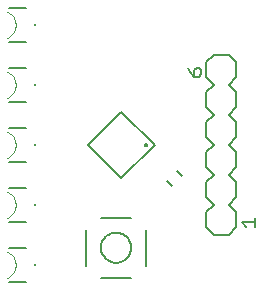
<source format=gto>
G75*
G70*
%OFA0B0*%
%FSLAX24Y24*%
%IPPOS*%
%LPD*%
%AMOC8*
5,1,8,0,0,1.08239X$1,22.5*
%
%ADD10C,0.0050*%
%ADD11C,0.0060*%
%ADD12C,0.0080*%
%ADD13C,0.0040*%
%ADD14C,0.0039*%
D10*
X007484Y006279D02*
X008597Y005165D01*
X009711Y006279D01*
X008597Y007393D01*
X007484Y006279D01*
X009393Y006279D02*
X009395Y006291D01*
X009400Y006302D01*
X009409Y006311D01*
X009420Y006316D01*
X009432Y006318D01*
X009444Y006316D01*
X009455Y006311D01*
X009464Y006302D01*
X009469Y006291D01*
X009471Y006279D01*
X009469Y006267D01*
X009464Y006256D01*
X009455Y006247D01*
X009444Y006242D01*
X009432Y006240D01*
X009420Y006242D01*
X009409Y006247D01*
X009400Y006256D01*
X009395Y006267D01*
X009393Y006279D01*
X011037Y008554D02*
X011037Y008779D01*
X011112Y008854D01*
X011187Y008854D01*
X011262Y008779D01*
X011262Y008629D01*
X011187Y008554D01*
X011037Y008554D01*
X010887Y008704D01*
X010812Y008854D01*
X013062Y003854D02*
X013062Y003554D01*
X013062Y003704D02*
X012612Y003704D01*
X012762Y003554D01*
D11*
X012437Y003529D02*
X012437Y004029D01*
X012187Y004279D01*
X012437Y004529D01*
X012437Y005029D01*
X012187Y005279D01*
X012437Y005529D01*
X012437Y006029D01*
X012187Y006279D01*
X012437Y006529D01*
X012437Y007029D01*
X012187Y007279D01*
X012437Y007529D01*
X012437Y008029D01*
X012187Y008279D01*
X012437Y008529D01*
X012437Y009029D01*
X012187Y009279D01*
X011687Y009279D01*
X011437Y009029D01*
X011437Y008529D01*
X011687Y008279D01*
X011437Y008029D01*
X011437Y007529D01*
X011687Y007279D01*
X011437Y007029D01*
X011437Y006529D01*
X011687Y006279D01*
X011437Y006029D01*
X011437Y005529D01*
X011687Y005279D01*
X011437Y005029D01*
X011437Y004529D01*
X011687Y004279D01*
X011437Y004029D01*
X011437Y003529D01*
X011687Y003279D01*
X012187Y003279D01*
X012437Y003529D01*
X010627Y005250D02*
X010460Y005417D01*
X010126Y005083D02*
X010293Y004916D01*
D12*
X008922Y003854D02*
X007934Y003854D01*
X007422Y003460D02*
X007422Y002248D01*
X007934Y001854D02*
X008910Y001854D01*
X009422Y002248D02*
X009422Y003460D01*
X007922Y002854D02*
X007924Y002898D01*
X007930Y002942D01*
X007940Y002985D01*
X007953Y003027D01*
X007970Y003068D01*
X007991Y003107D01*
X008015Y003144D01*
X008042Y003179D01*
X008072Y003211D01*
X008105Y003241D01*
X008141Y003267D01*
X008178Y003291D01*
X008218Y003310D01*
X008259Y003327D01*
X008302Y003339D01*
X008345Y003348D01*
X008389Y003353D01*
X008433Y003354D01*
X008477Y003351D01*
X008521Y003344D01*
X008564Y003333D01*
X008606Y003319D01*
X008646Y003301D01*
X008685Y003279D01*
X008721Y003255D01*
X008755Y003227D01*
X008787Y003196D01*
X008816Y003162D01*
X008842Y003126D01*
X008864Y003088D01*
X008883Y003048D01*
X008898Y003006D01*
X008910Y002964D01*
X008918Y002920D01*
X008922Y002876D01*
X008922Y002832D01*
X008918Y002788D01*
X008910Y002744D01*
X008898Y002702D01*
X008883Y002660D01*
X008864Y002620D01*
X008842Y002582D01*
X008816Y002546D01*
X008787Y002512D01*
X008755Y002481D01*
X008721Y002453D01*
X008685Y002429D01*
X008646Y002407D01*
X008606Y002389D01*
X008564Y002375D01*
X008521Y002364D01*
X008477Y002357D01*
X008433Y002354D01*
X008389Y002355D01*
X008345Y002360D01*
X008302Y002369D01*
X008259Y002381D01*
X008218Y002398D01*
X008178Y002417D01*
X008141Y002441D01*
X008105Y002467D01*
X008072Y002497D01*
X008042Y002529D01*
X008015Y002564D01*
X007991Y002601D01*
X007970Y002640D01*
X007953Y002681D01*
X007940Y002723D01*
X007930Y002766D01*
X007924Y002810D01*
X007922Y002854D01*
X005717Y002294D02*
X005717Y002272D01*
X005417Y002844D02*
X004844Y002844D01*
X004844Y003714D02*
X005417Y003714D01*
X005717Y004272D02*
X005717Y004294D01*
X005417Y004844D02*
X004844Y004844D01*
X004844Y005714D02*
X005417Y005714D01*
X005717Y006272D02*
X005717Y006294D01*
X005417Y006844D02*
X004844Y006844D01*
X004844Y007714D02*
X005417Y007714D01*
X005717Y008272D02*
X005717Y008294D01*
X005417Y008844D02*
X004844Y008844D01*
X004844Y009714D02*
X005417Y009714D01*
X005717Y010272D02*
X005717Y010294D01*
X005417Y010844D02*
X004844Y010844D01*
X004844Y001714D02*
X005417Y001714D01*
D13*
X004785Y001836D02*
X004824Y001854D01*
X004861Y001876D01*
X004897Y001902D01*
X004930Y001930D01*
X004960Y001961D01*
X004987Y001995D01*
X005011Y002031D01*
X005032Y002069D01*
X005049Y002109D01*
X005062Y002150D01*
X005072Y002193D01*
X005078Y002236D01*
X005080Y002279D01*
X005078Y002322D01*
X005072Y002365D01*
X005062Y002408D01*
X005049Y002449D01*
X005032Y002489D01*
X005011Y002527D01*
X004987Y002563D01*
X004960Y002597D01*
X004930Y002628D01*
X004897Y002656D01*
X004861Y002682D01*
X004824Y002704D01*
X004785Y002722D01*
X004785Y003836D02*
X004824Y003854D01*
X004861Y003876D01*
X004897Y003902D01*
X004930Y003930D01*
X004960Y003961D01*
X004987Y003995D01*
X005011Y004031D01*
X005032Y004069D01*
X005049Y004109D01*
X005062Y004150D01*
X005072Y004193D01*
X005078Y004236D01*
X005080Y004279D01*
X005078Y004322D01*
X005072Y004365D01*
X005062Y004408D01*
X005049Y004449D01*
X005032Y004489D01*
X005011Y004527D01*
X004987Y004563D01*
X004960Y004597D01*
X004930Y004628D01*
X004897Y004656D01*
X004861Y004682D01*
X004824Y004704D01*
X004785Y004722D01*
X004785Y005836D02*
X004824Y005854D01*
X004861Y005876D01*
X004897Y005902D01*
X004930Y005930D01*
X004960Y005961D01*
X004987Y005995D01*
X005011Y006031D01*
X005032Y006069D01*
X005049Y006109D01*
X005062Y006150D01*
X005072Y006193D01*
X005078Y006236D01*
X005080Y006279D01*
X005078Y006322D01*
X005072Y006365D01*
X005062Y006408D01*
X005049Y006449D01*
X005032Y006489D01*
X005011Y006527D01*
X004987Y006563D01*
X004960Y006597D01*
X004930Y006628D01*
X004897Y006656D01*
X004861Y006682D01*
X004824Y006704D01*
X004785Y006722D01*
X004785Y007836D02*
X004824Y007854D01*
X004861Y007876D01*
X004897Y007902D01*
X004930Y007930D01*
X004960Y007961D01*
X004987Y007995D01*
X005011Y008031D01*
X005032Y008069D01*
X005049Y008109D01*
X005062Y008150D01*
X005072Y008193D01*
X005078Y008236D01*
X005080Y008279D01*
X005078Y008322D01*
X005072Y008365D01*
X005062Y008408D01*
X005049Y008449D01*
X005032Y008489D01*
X005011Y008527D01*
X004987Y008563D01*
X004960Y008597D01*
X004930Y008628D01*
X004897Y008656D01*
X004861Y008682D01*
X004824Y008704D01*
X004785Y008722D01*
X004785Y009836D02*
X004824Y009854D01*
X004861Y009876D01*
X004897Y009902D01*
X004930Y009930D01*
X004960Y009961D01*
X004987Y009995D01*
X005011Y010031D01*
X005032Y010069D01*
X005049Y010109D01*
X005062Y010150D01*
X005072Y010193D01*
X005078Y010236D01*
X005080Y010279D01*
X005078Y010322D01*
X005072Y010365D01*
X005062Y010408D01*
X005049Y010449D01*
X005032Y010489D01*
X005011Y010527D01*
X004987Y010563D01*
X004960Y010597D01*
X004930Y010628D01*
X004897Y010656D01*
X004861Y010682D01*
X004824Y010704D01*
X004785Y010722D01*
D14*
X005482Y010279D03*
X005482Y008279D03*
X005482Y006279D03*
X005482Y004279D03*
X005482Y002279D03*
M02*

</source>
